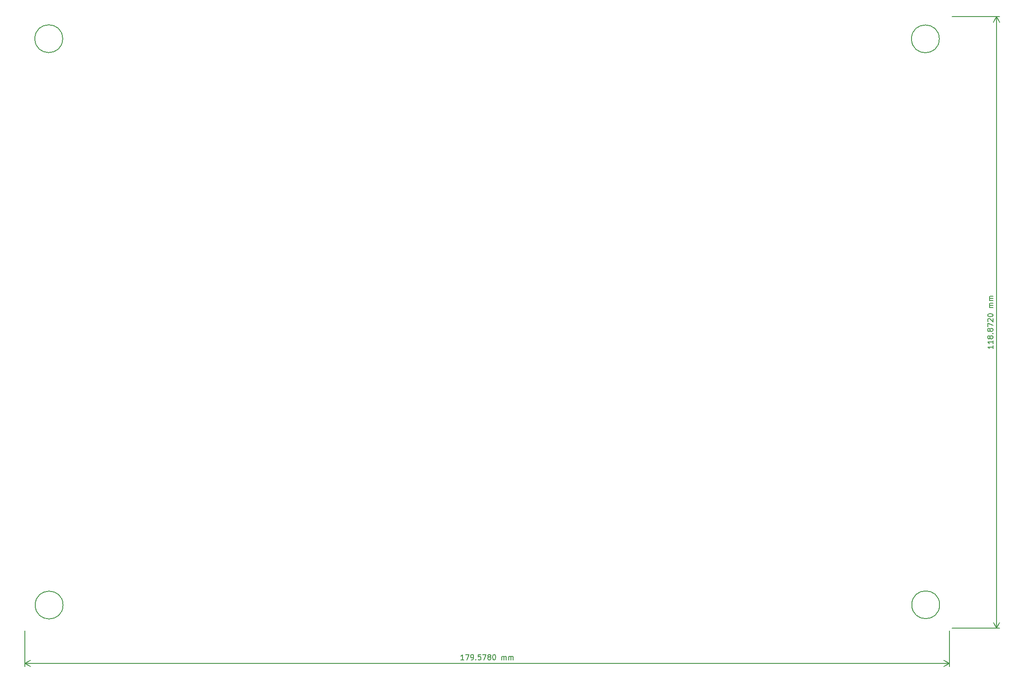
<source format=gbr>
%TF.GenerationSoftware,KiCad,Pcbnew,7.0.10*%
%TF.CreationDate,2024-03-21T21:07:08-07:00*%
%TF.ProjectId,cpu,6370752e-6b69-4636-9164-5f7063625858,1.1*%
%TF.SameCoordinates,Original*%
%TF.FileFunction,Other,Comment*%
%FSLAX46Y46*%
G04 Gerber Fmt 4.6, Leading zero omitted, Abs format (unit mm)*
G04 Created by KiCad (PCBNEW 7.0.10) date 2024-03-21 21:07:08*
%MOMM*%
%LPD*%
G01*
G04 APERTURE LIST*
%ADD10C,0.150000*%
G04 APERTURE END LIST*
D10*
X127175190Y-150815819D02*
X126603762Y-150815819D01*
X126889476Y-150815819D02*
X126889476Y-149815819D01*
X126889476Y-149815819D02*
X126794238Y-149958676D01*
X126794238Y-149958676D02*
X126699000Y-150053914D01*
X126699000Y-150053914D02*
X126603762Y-150101533D01*
X127508524Y-149815819D02*
X128175190Y-149815819D01*
X128175190Y-149815819D02*
X127746619Y-150815819D01*
X128603762Y-150815819D02*
X128794238Y-150815819D01*
X128794238Y-150815819D02*
X128889476Y-150768200D01*
X128889476Y-150768200D02*
X128937095Y-150720580D01*
X128937095Y-150720580D02*
X129032333Y-150577723D01*
X129032333Y-150577723D02*
X129079952Y-150387247D01*
X129079952Y-150387247D02*
X129079952Y-150006295D01*
X129079952Y-150006295D02*
X129032333Y-149911057D01*
X129032333Y-149911057D02*
X128984714Y-149863438D01*
X128984714Y-149863438D02*
X128889476Y-149815819D01*
X128889476Y-149815819D02*
X128699000Y-149815819D01*
X128699000Y-149815819D02*
X128603762Y-149863438D01*
X128603762Y-149863438D02*
X128556143Y-149911057D01*
X128556143Y-149911057D02*
X128508524Y-150006295D01*
X128508524Y-150006295D02*
X128508524Y-150244390D01*
X128508524Y-150244390D02*
X128556143Y-150339628D01*
X128556143Y-150339628D02*
X128603762Y-150387247D01*
X128603762Y-150387247D02*
X128699000Y-150434866D01*
X128699000Y-150434866D02*
X128889476Y-150434866D01*
X128889476Y-150434866D02*
X128984714Y-150387247D01*
X128984714Y-150387247D02*
X129032333Y-150339628D01*
X129032333Y-150339628D02*
X129079952Y-150244390D01*
X129508524Y-150720580D02*
X129556143Y-150768200D01*
X129556143Y-150768200D02*
X129508524Y-150815819D01*
X129508524Y-150815819D02*
X129460905Y-150768200D01*
X129460905Y-150768200D02*
X129508524Y-150720580D01*
X129508524Y-150720580D02*
X129508524Y-150815819D01*
X130460904Y-149815819D02*
X129984714Y-149815819D01*
X129984714Y-149815819D02*
X129937095Y-150292009D01*
X129937095Y-150292009D02*
X129984714Y-150244390D01*
X129984714Y-150244390D02*
X130079952Y-150196771D01*
X130079952Y-150196771D02*
X130318047Y-150196771D01*
X130318047Y-150196771D02*
X130413285Y-150244390D01*
X130413285Y-150244390D02*
X130460904Y-150292009D01*
X130460904Y-150292009D02*
X130508523Y-150387247D01*
X130508523Y-150387247D02*
X130508523Y-150625342D01*
X130508523Y-150625342D02*
X130460904Y-150720580D01*
X130460904Y-150720580D02*
X130413285Y-150768200D01*
X130413285Y-150768200D02*
X130318047Y-150815819D01*
X130318047Y-150815819D02*
X130079952Y-150815819D01*
X130079952Y-150815819D02*
X129984714Y-150768200D01*
X129984714Y-150768200D02*
X129937095Y-150720580D01*
X130841857Y-149815819D02*
X131508523Y-149815819D01*
X131508523Y-149815819D02*
X131079952Y-150815819D01*
X132032333Y-150244390D02*
X131937095Y-150196771D01*
X131937095Y-150196771D02*
X131889476Y-150149152D01*
X131889476Y-150149152D02*
X131841857Y-150053914D01*
X131841857Y-150053914D02*
X131841857Y-150006295D01*
X131841857Y-150006295D02*
X131889476Y-149911057D01*
X131889476Y-149911057D02*
X131937095Y-149863438D01*
X131937095Y-149863438D02*
X132032333Y-149815819D01*
X132032333Y-149815819D02*
X132222809Y-149815819D01*
X132222809Y-149815819D02*
X132318047Y-149863438D01*
X132318047Y-149863438D02*
X132365666Y-149911057D01*
X132365666Y-149911057D02*
X132413285Y-150006295D01*
X132413285Y-150006295D02*
X132413285Y-150053914D01*
X132413285Y-150053914D02*
X132365666Y-150149152D01*
X132365666Y-150149152D02*
X132318047Y-150196771D01*
X132318047Y-150196771D02*
X132222809Y-150244390D01*
X132222809Y-150244390D02*
X132032333Y-150244390D01*
X132032333Y-150244390D02*
X131937095Y-150292009D01*
X131937095Y-150292009D02*
X131889476Y-150339628D01*
X131889476Y-150339628D02*
X131841857Y-150434866D01*
X131841857Y-150434866D02*
X131841857Y-150625342D01*
X131841857Y-150625342D02*
X131889476Y-150720580D01*
X131889476Y-150720580D02*
X131937095Y-150768200D01*
X131937095Y-150768200D02*
X132032333Y-150815819D01*
X132032333Y-150815819D02*
X132222809Y-150815819D01*
X132222809Y-150815819D02*
X132318047Y-150768200D01*
X132318047Y-150768200D02*
X132365666Y-150720580D01*
X132365666Y-150720580D02*
X132413285Y-150625342D01*
X132413285Y-150625342D02*
X132413285Y-150434866D01*
X132413285Y-150434866D02*
X132365666Y-150339628D01*
X132365666Y-150339628D02*
X132318047Y-150292009D01*
X132318047Y-150292009D02*
X132222809Y-150244390D01*
X133032333Y-149815819D02*
X133127571Y-149815819D01*
X133127571Y-149815819D02*
X133222809Y-149863438D01*
X133222809Y-149863438D02*
X133270428Y-149911057D01*
X133270428Y-149911057D02*
X133318047Y-150006295D01*
X133318047Y-150006295D02*
X133365666Y-150196771D01*
X133365666Y-150196771D02*
X133365666Y-150434866D01*
X133365666Y-150434866D02*
X133318047Y-150625342D01*
X133318047Y-150625342D02*
X133270428Y-150720580D01*
X133270428Y-150720580D02*
X133222809Y-150768200D01*
X133222809Y-150768200D02*
X133127571Y-150815819D01*
X133127571Y-150815819D02*
X133032333Y-150815819D01*
X133032333Y-150815819D02*
X132937095Y-150768200D01*
X132937095Y-150768200D02*
X132889476Y-150720580D01*
X132889476Y-150720580D02*
X132841857Y-150625342D01*
X132841857Y-150625342D02*
X132794238Y-150434866D01*
X132794238Y-150434866D02*
X132794238Y-150196771D01*
X132794238Y-150196771D02*
X132841857Y-150006295D01*
X132841857Y-150006295D02*
X132889476Y-149911057D01*
X132889476Y-149911057D02*
X132937095Y-149863438D01*
X132937095Y-149863438D02*
X133032333Y-149815819D01*
X134556143Y-150815819D02*
X134556143Y-150149152D01*
X134556143Y-150244390D02*
X134603762Y-150196771D01*
X134603762Y-150196771D02*
X134699000Y-150149152D01*
X134699000Y-150149152D02*
X134841857Y-150149152D01*
X134841857Y-150149152D02*
X134937095Y-150196771D01*
X134937095Y-150196771D02*
X134984714Y-150292009D01*
X134984714Y-150292009D02*
X134984714Y-150815819D01*
X134984714Y-150292009D02*
X135032333Y-150196771D01*
X135032333Y-150196771D02*
X135127571Y-150149152D01*
X135127571Y-150149152D02*
X135270428Y-150149152D01*
X135270428Y-150149152D02*
X135365667Y-150196771D01*
X135365667Y-150196771D02*
X135413286Y-150292009D01*
X135413286Y-150292009D02*
X135413286Y-150815819D01*
X135889476Y-150815819D02*
X135889476Y-150149152D01*
X135889476Y-150244390D02*
X135937095Y-150196771D01*
X135937095Y-150196771D02*
X136032333Y-150149152D01*
X136032333Y-150149152D02*
X136175190Y-150149152D01*
X136175190Y-150149152D02*
X136270428Y-150196771D01*
X136270428Y-150196771D02*
X136318047Y-150292009D01*
X136318047Y-150292009D02*
X136318047Y-150815819D01*
X136318047Y-150292009D02*
X136365666Y-150196771D01*
X136365666Y-150196771D02*
X136460904Y-150149152D01*
X136460904Y-150149152D02*
X136603761Y-150149152D01*
X136603761Y-150149152D02*
X136699000Y-150196771D01*
X136699000Y-150196771D02*
X136746619Y-150292009D01*
X136746619Y-150292009D02*
X136746619Y-150815819D01*
X221488000Y-145153000D02*
X221488000Y-152097420D01*
X41910000Y-145153000D02*
X41910000Y-152097420D01*
X221488000Y-151511000D02*
X41910000Y-151511000D01*
X221488000Y-151511000D02*
X41910000Y-151511000D01*
X221488000Y-151511000D02*
X220361496Y-152097421D01*
X221488000Y-151511000D02*
X220361496Y-150924579D01*
X41910000Y-151511000D02*
X43036504Y-150924579D01*
X41910000Y-151511000D02*
X43036504Y-152097421D01*
X229936819Y-89740809D02*
X229936819Y-90312237D01*
X229936819Y-90026523D02*
X228936819Y-90026523D01*
X228936819Y-90026523D02*
X229079676Y-90121761D01*
X229079676Y-90121761D02*
X229174914Y-90216999D01*
X229174914Y-90216999D02*
X229222533Y-90312237D01*
X229936819Y-88788428D02*
X229936819Y-89359856D01*
X229936819Y-89074142D02*
X228936819Y-89074142D01*
X228936819Y-89074142D02*
X229079676Y-89169380D01*
X229079676Y-89169380D02*
X229174914Y-89264618D01*
X229174914Y-89264618D02*
X229222533Y-89359856D01*
X229365390Y-88216999D02*
X229317771Y-88312237D01*
X229317771Y-88312237D02*
X229270152Y-88359856D01*
X229270152Y-88359856D02*
X229174914Y-88407475D01*
X229174914Y-88407475D02*
X229127295Y-88407475D01*
X229127295Y-88407475D02*
X229032057Y-88359856D01*
X229032057Y-88359856D02*
X228984438Y-88312237D01*
X228984438Y-88312237D02*
X228936819Y-88216999D01*
X228936819Y-88216999D02*
X228936819Y-88026523D01*
X228936819Y-88026523D02*
X228984438Y-87931285D01*
X228984438Y-87931285D02*
X229032057Y-87883666D01*
X229032057Y-87883666D02*
X229127295Y-87836047D01*
X229127295Y-87836047D02*
X229174914Y-87836047D01*
X229174914Y-87836047D02*
X229270152Y-87883666D01*
X229270152Y-87883666D02*
X229317771Y-87931285D01*
X229317771Y-87931285D02*
X229365390Y-88026523D01*
X229365390Y-88026523D02*
X229365390Y-88216999D01*
X229365390Y-88216999D02*
X229413009Y-88312237D01*
X229413009Y-88312237D02*
X229460628Y-88359856D01*
X229460628Y-88359856D02*
X229555866Y-88407475D01*
X229555866Y-88407475D02*
X229746342Y-88407475D01*
X229746342Y-88407475D02*
X229841580Y-88359856D01*
X229841580Y-88359856D02*
X229889200Y-88312237D01*
X229889200Y-88312237D02*
X229936819Y-88216999D01*
X229936819Y-88216999D02*
X229936819Y-88026523D01*
X229936819Y-88026523D02*
X229889200Y-87931285D01*
X229889200Y-87931285D02*
X229841580Y-87883666D01*
X229841580Y-87883666D02*
X229746342Y-87836047D01*
X229746342Y-87836047D02*
X229555866Y-87836047D01*
X229555866Y-87836047D02*
X229460628Y-87883666D01*
X229460628Y-87883666D02*
X229413009Y-87931285D01*
X229413009Y-87931285D02*
X229365390Y-88026523D01*
X229841580Y-87407475D02*
X229889200Y-87359856D01*
X229889200Y-87359856D02*
X229936819Y-87407475D01*
X229936819Y-87407475D02*
X229889200Y-87455094D01*
X229889200Y-87455094D02*
X229841580Y-87407475D01*
X229841580Y-87407475D02*
X229936819Y-87407475D01*
X229365390Y-86788428D02*
X229317771Y-86883666D01*
X229317771Y-86883666D02*
X229270152Y-86931285D01*
X229270152Y-86931285D02*
X229174914Y-86978904D01*
X229174914Y-86978904D02*
X229127295Y-86978904D01*
X229127295Y-86978904D02*
X229032057Y-86931285D01*
X229032057Y-86931285D02*
X228984438Y-86883666D01*
X228984438Y-86883666D02*
X228936819Y-86788428D01*
X228936819Y-86788428D02*
X228936819Y-86597952D01*
X228936819Y-86597952D02*
X228984438Y-86502714D01*
X228984438Y-86502714D02*
X229032057Y-86455095D01*
X229032057Y-86455095D02*
X229127295Y-86407476D01*
X229127295Y-86407476D02*
X229174914Y-86407476D01*
X229174914Y-86407476D02*
X229270152Y-86455095D01*
X229270152Y-86455095D02*
X229317771Y-86502714D01*
X229317771Y-86502714D02*
X229365390Y-86597952D01*
X229365390Y-86597952D02*
X229365390Y-86788428D01*
X229365390Y-86788428D02*
X229413009Y-86883666D01*
X229413009Y-86883666D02*
X229460628Y-86931285D01*
X229460628Y-86931285D02*
X229555866Y-86978904D01*
X229555866Y-86978904D02*
X229746342Y-86978904D01*
X229746342Y-86978904D02*
X229841580Y-86931285D01*
X229841580Y-86931285D02*
X229889200Y-86883666D01*
X229889200Y-86883666D02*
X229936819Y-86788428D01*
X229936819Y-86788428D02*
X229936819Y-86597952D01*
X229936819Y-86597952D02*
X229889200Y-86502714D01*
X229889200Y-86502714D02*
X229841580Y-86455095D01*
X229841580Y-86455095D02*
X229746342Y-86407476D01*
X229746342Y-86407476D02*
X229555866Y-86407476D01*
X229555866Y-86407476D02*
X229460628Y-86455095D01*
X229460628Y-86455095D02*
X229413009Y-86502714D01*
X229413009Y-86502714D02*
X229365390Y-86597952D01*
X228936819Y-86074142D02*
X228936819Y-85407476D01*
X228936819Y-85407476D02*
X229936819Y-85836047D01*
X229032057Y-85074142D02*
X228984438Y-85026523D01*
X228984438Y-85026523D02*
X228936819Y-84931285D01*
X228936819Y-84931285D02*
X228936819Y-84693190D01*
X228936819Y-84693190D02*
X228984438Y-84597952D01*
X228984438Y-84597952D02*
X229032057Y-84550333D01*
X229032057Y-84550333D02*
X229127295Y-84502714D01*
X229127295Y-84502714D02*
X229222533Y-84502714D01*
X229222533Y-84502714D02*
X229365390Y-84550333D01*
X229365390Y-84550333D02*
X229936819Y-85121761D01*
X229936819Y-85121761D02*
X229936819Y-84502714D01*
X228936819Y-83883666D02*
X228936819Y-83788428D01*
X228936819Y-83788428D02*
X228984438Y-83693190D01*
X228984438Y-83693190D02*
X229032057Y-83645571D01*
X229032057Y-83645571D02*
X229127295Y-83597952D01*
X229127295Y-83597952D02*
X229317771Y-83550333D01*
X229317771Y-83550333D02*
X229555866Y-83550333D01*
X229555866Y-83550333D02*
X229746342Y-83597952D01*
X229746342Y-83597952D02*
X229841580Y-83645571D01*
X229841580Y-83645571D02*
X229889200Y-83693190D01*
X229889200Y-83693190D02*
X229936819Y-83788428D01*
X229936819Y-83788428D02*
X229936819Y-83883666D01*
X229936819Y-83883666D02*
X229889200Y-83978904D01*
X229889200Y-83978904D02*
X229841580Y-84026523D01*
X229841580Y-84026523D02*
X229746342Y-84074142D01*
X229746342Y-84074142D02*
X229555866Y-84121761D01*
X229555866Y-84121761D02*
X229317771Y-84121761D01*
X229317771Y-84121761D02*
X229127295Y-84074142D01*
X229127295Y-84074142D02*
X229032057Y-84026523D01*
X229032057Y-84026523D02*
X228984438Y-83978904D01*
X228984438Y-83978904D02*
X228936819Y-83883666D01*
X229936819Y-82359856D02*
X229270152Y-82359856D01*
X229365390Y-82359856D02*
X229317771Y-82312237D01*
X229317771Y-82312237D02*
X229270152Y-82216999D01*
X229270152Y-82216999D02*
X229270152Y-82074142D01*
X229270152Y-82074142D02*
X229317771Y-81978904D01*
X229317771Y-81978904D02*
X229413009Y-81931285D01*
X229413009Y-81931285D02*
X229936819Y-81931285D01*
X229413009Y-81931285D02*
X229317771Y-81883666D01*
X229317771Y-81883666D02*
X229270152Y-81788428D01*
X229270152Y-81788428D02*
X229270152Y-81645571D01*
X229270152Y-81645571D02*
X229317771Y-81550332D01*
X229317771Y-81550332D02*
X229413009Y-81502713D01*
X229413009Y-81502713D02*
X229936819Y-81502713D01*
X229936819Y-81026523D02*
X229270152Y-81026523D01*
X229365390Y-81026523D02*
X229317771Y-80978904D01*
X229317771Y-80978904D02*
X229270152Y-80883666D01*
X229270152Y-80883666D02*
X229270152Y-80740809D01*
X229270152Y-80740809D02*
X229317771Y-80645571D01*
X229317771Y-80645571D02*
X229413009Y-80597952D01*
X229413009Y-80597952D02*
X229936819Y-80597952D01*
X229413009Y-80597952D02*
X229317771Y-80550333D01*
X229317771Y-80550333D02*
X229270152Y-80455095D01*
X229270152Y-80455095D02*
X229270152Y-80312238D01*
X229270152Y-80312238D02*
X229317771Y-80216999D01*
X229317771Y-80216999D02*
X229413009Y-80169380D01*
X229413009Y-80169380D02*
X229936819Y-80169380D01*
X221988000Y-144653000D02*
X231218420Y-144653000D01*
X221988000Y-25781000D02*
X231218420Y-25781000D01*
X230632000Y-144653000D02*
X230632000Y-25781000D01*
X230632000Y-144653000D02*
X230632000Y-25781000D01*
X230632000Y-144653000D02*
X230045579Y-143526496D01*
X230632000Y-144653000D02*
X231218421Y-143526496D01*
X230632000Y-25781000D02*
X231218421Y-26907504D01*
X230632000Y-25781000D02*
X230045579Y-26907504D01*
%TO.C,H3*%
X49340000Y-140180000D02*
G75*
G03*
X43940000Y-140180000I-2700000J0D01*
G01*
X43940000Y-140180000D02*
G75*
G03*
X49340000Y-140180000I2700000J0D01*
G01*
%TO.C,H4*%
X219590000Y-140130000D02*
G75*
G03*
X214190000Y-140130000I-2700000J0D01*
G01*
X214190000Y-140130000D02*
G75*
G03*
X219590000Y-140130000I2700000J0D01*
G01*
%TO.C,H1*%
X49270000Y-30100000D02*
G75*
G03*
X43870000Y-30100000I-2700000J0D01*
G01*
X43870000Y-30100000D02*
G75*
G03*
X49270000Y-30100000I2700000J0D01*
G01*
%TO.C,H2*%
X219530000Y-30130000D02*
G75*
G03*
X214130000Y-30130000I-2700000J0D01*
G01*
X214130000Y-30130000D02*
G75*
G03*
X219530000Y-30130000I2700000J0D01*
G01*
%TD*%
M02*

</source>
